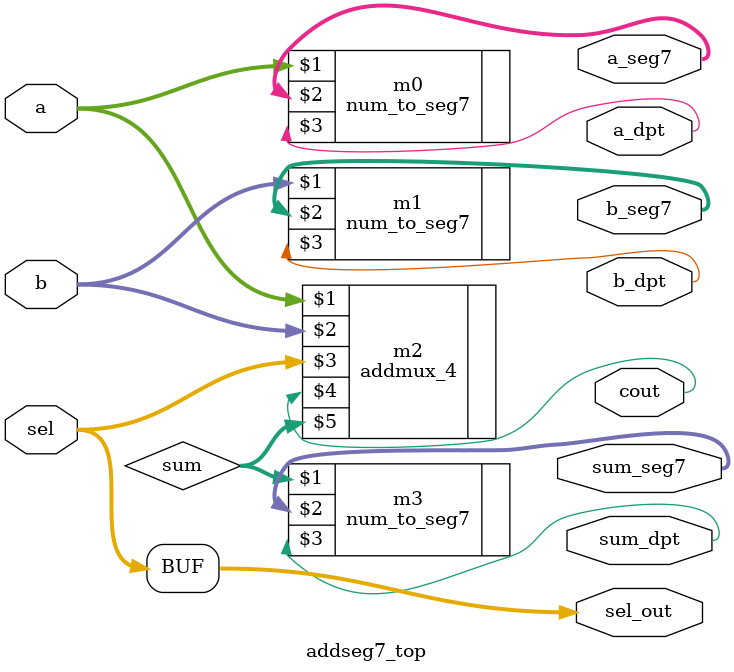
<source format=v>
module addseg7_top(a, b, sel, a_seg7, a_dpt, b_seg7, b_dpt, sel_out, cout, sum_seg7, sum_dpt);
    input [3:0] a, b;
    input [1:0] sel;
    output [6:0] a_seg7, b_seg7, sum_seg7;
    output a_dpt, b_dpt, sum_dpt;
    output [1:0] sel_out;
    output cout;

    wire [3:0] sum;

    num_to_seg7 m0(a, a_seg7, a_dpt);
    num_to_seg7 m1(b, b_seg7, b_dpt);
    assign sel_out = sel;

    addmux_4 m2(a, b, sel, cout, sum);
    num_to_seg7 m3(sum, sum_seg7, sum_dpt);
endmodule
</source>
